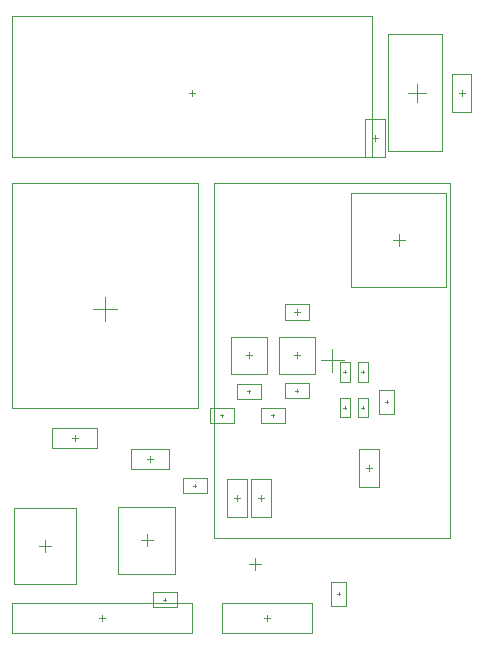
<source format=gbr>
%TF.GenerationSoftware,Altium Limited,Altium Designer,20.2.5 (213)*%
G04 Layer_Color=32768*
%FSLAX26Y26*%
%MOIN*%
%TF.SameCoordinates,777CE05A-463F-4341-A6E9-F235672CD6F8*%
%TF.FilePolarity,Positive*%
%TF.FileFunction,Other,Mechanical_15*%
%TF.Part,Single*%
G01*
G75*
%TA.AperFunction,NonConductor*%
%ADD36C,0.004000*%
%ADD38C,0.002000*%
%ADD62C,0.003937*%
D36*
X990000Y200000D02*
X1010000D01*
X1000000Y190000D02*
Y210000D01*
X1150000Y150000D02*
Y250000D01*
X850000Y150000D02*
X1150000D01*
X850000D02*
Y250000D01*
X1150000D01*
D38*
X505000Y570000D02*
X695000D01*
X505000Y345000D02*
X695000D01*
Y570000D01*
X505000Y345000D02*
Y570000D01*
X600000Y440315D02*
Y479685D01*
X580315Y460000D02*
X619685D01*
X285000Y767000D02*
X433000D01*
X285000D02*
Y833000D01*
X433000D01*
Y767000D02*
Y833000D01*
X360000Y790000D02*
Y810000D01*
X350000Y800000D02*
X370000D01*
X1265000Y240000D02*
Y320000D01*
X1215000Y240000D02*
X1265000D01*
X1215000Y320000D02*
X1265000D01*
X1215000Y240000D02*
Y320000D01*
X1240000Y275000D02*
Y285000D01*
X1235000Y280000D02*
X1245000D01*
X1041000Y1014000D02*
X1159000D01*
X1041000Y1138000D02*
X1159000D01*
X1041000Y1014000D02*
Y1138000D01*
X1159000Y1014000D02*
Y1138000D01*
X1100000Y1067000D02*
Y1087000D01*
X1090000Y1077000D02*
X1110000D01*
X881000Y1012000D02*
X999000D01*
X881000Y1136000D02*
X999000D01*
X881000Y1012000D02*
Y1136000D01*
X999000Y1012000D02*
Y1136000D01*
X940000Y1065000D02*
Y1085000D01*
X930000Y1075000D02*
X950000D01*
X1090158Y1220000D02*
X1109842D01*
X1100000Y1210158D02*
Y1229842D01*
X1060000Y1246000D02*
X1140000D01*
Y1194000D02*
Y1246000D01*
X1060000Y1194000D02*
Y1246000D01*
Y1194000D02*
X1140000D01*
X1060000Y932000D02*
X1140000D01*
X1060000D02*
Y982000D01*
X1140000Y932000D02*
Y982000D01*
X1060000D02*
X1140000D01*
X1095000Y957000D02*
X1105000D01*
X1100000Y952000D02*
Y962000D01*
X900000Y930000D02*
X980000D01*
X900000D02*
Y980000D01*
X980000Y930000D02*
Y980000D01*
X900000D02*
X980000D01*
X935000Y955000D02*
X945000D01*
X940000Y950000D02*
Y960000D01*
X980000Y850000D02*
X1060000D01*
X980000D02*
Y900000D01*
X1060000Y850000D02*
Y900000D01*
X980000D02*
X1060000D01*
X1015000Y875000D02*
X1025000Y875000D01*
X1020000Y880000D02*
X1020000Y870000D01*
X810000Y850000D02*
X890000D01*
X810000D02*
Y900000D01*
X890000Y850000D02*
Y900000D01*
X810000D02*
X890000D01*
X845000Y875000D02*
X855000D01*
X850000Y870000D02*
Y880000D01*
X1276935Y868494D02*
X1276935Y931490D01*
X1243079Y868494D02*
X1276935D01*
X1243079Y931489D02*
X1276935Y931490D01*
X1243079Y868494D02*
X1243079Y931489D01*
X1255079Y900000D02*
X1264921D01*
X1260000Y895079D02*
Y904921D01*
X1244252Y988109D02*
Y1051891D01*
X1275746D01*
X1244252Y988109D02*
X1275746D01*
X1275746Y1051891D01*
X1255000Y1020000D02*
X1265000D01*
X1260000Y1015000D02*
Y1025000D01*
X1304252Y988109D02*
Y1051891D01*
X1335746D01*
X1304252Y988109D02*
X1335746D01*
Y1051891D01*
X1315000Y1020000D02*
X1325000D01*
X1320000Y1015000D02*
Y1025000D01*
X1425000Y880000D02*
Y960000D01*
X1375000Y880000D02*
X1425000D01*
X1375000Y960000D02*
X1425000D01*
X1375000Y880000D02*
Y960000D01*
X1400000Y915000D02*
Y925000D01*
X1395000Y920000D02*
X1405000D01*
X1336935Y868494D02*
X1336935Y931490D01*
X1303079Y868494D02*
X1336935D01*
X1303079Y931489D02*
X1336935Y931490D01*
X1303079Y868494D02*
X1303079Y931489D01*
X1315079Y900000D02*
X1324921D01*
X1320000Y895079D02*
Y904921D01*
X1308000Y637000D02*
Y764000D01*
X1373000D01*
Y637000D02*
Y764000D01*
X1308000Y637000D02*
X1373000D01*
X1340000Y690158D02*
Y709842D01*
X1330158Y700000D02*
X1349842D01*
X900000Y590158D02*
Y609842D01*
X890158Y600000D02*
X909842D01*
X867000Y537000D02*
Y663000D01*
X933000D01*
X867000Y537000D02*
X933000D01*
Y663000D01*
X980000Y590158D02*
Y609842D01*
X970158Y600000D02*
X989842D01*
X947000Y537000D02*
Y663000D01*
X1013000D01*
X947000Y537000D02*
X1013000D01*
Y663000D01*
X720000Y665000D02*
X800000D01*
Y615000D02*
Y665000D01*
X720000Y615000D02*
Y665000D01*
Y615000D02*
X800000D01*
X755000Y640000D02*
X765000D01*
X760000Y635000D02*
Y645000D01*
X610000Y720158D02*
Y739842D01*
X600158Y730000D02*
X619842D01*
X673000Y698000D02*
Y763000D01*
X546000D02*
X673000D01*
X546000Y698000D02*
Y763000D01*
Y698000D02*
X673000D01*
X260000Y420000D02*
Y460000D01*
X240000Y440000D02*
X280000D01*
X158000Y314000D02*
X363000Y314000D01*
Y566000D01*
X158000Y566000D02*
X363000Y566000D01*
X158000Y314000D02*
Y566000D01*
X620000Y235000D02*
X700000D01*
X620000D02*
Y285000D01*
X700000Y235000D02*
Y285000D01*
X620000D02*
X700000D01*
X655000Y260000D02*
X665000D01*
X660000Y255000D02*
Y265000D01*
X1328000Y1737018D02*
Y1863002D01*
X1393000D01*
X1328000Y1737018D02*
X1393000D01*
Y1863002D01*
X1350158Y1800000D02*
X1369842D01*
X1360000Y1790158D02*
Y1809842D01*
X1440000Y1440315D02*
Y1479685D01*
X1420315Y1460000D02*
X1459685D01*
X1280000Y1302518D02*
X1598112D01*
X1280000D02*
Y1617482D01*
X1598112D01*
Y1302518D02*
Y1617482D01*
X1682000Y1886998D02*
Y2012982D01*
X1617000Y1886998D02*
X1682000D01*
X1617000Y2012982D02*
X1682000D01*
X1617000Y1886998D02*
Y2012982D01*
X1640158Y1950000D02*
X1659842D01*
X1650000Y1940158D02*
Y1959842D01*
X150000Y2207443D02*
X1350000D01*
X150000Y1735002D02*
Y2207443D01*
Y1735002D02*
X1350000D01*
Y2207443D01*
X740000Y1950000D02*
X760000D01*
X750000Y1940000D02*
Y1960000D01*
X420000Y1230000D02*
X500000D01*
X460000Y1190000D02*
Y1270000D01*
X150000Y1650000D02*
X770000D01*
X150000Y900000D02*
Y1650000D01*
Y900000D02*
X770000D01*
Y1650000D01*
X1404997Y2145003D02*
X1584997D01*
X1584997Y1755003D02*
X1584997Y2145003D01*
X1404997Y1755003D02*
X1584997Y1755003D01*
X1404997Y1755003D02*
Y2145003D01*
X1499997Y1920003D02*
Y1980003D01*
X1469997Y1950003D02*
X1529997D01*
X440000Y200000D02*
X460000D01*
X450000Y190000D02*
Y210000D01*
X150000Y150000D02*
Y250000D01*
X750000Y250000D01*
Y150000D02*
Y250000D01*
X150000Y150000D02*
X750000Y150000D01*
X1218425Y1019134D02*
Y1097874D01*
X1179055Y1058504D02*
X1257795D01*
X824724Y467953D02*
Y1649055D01*
X1612126D01*
Y467953D02*
Y1649055D01*
X824724Y467953D02*
X1612126D01*
D62*
X940315Y380000D02*
X979685D01*
X960000Y360315D02*
Y399685D01*
%TF.MD5,17c03a49d1d7318ca383881046bde74f*%
M02*

</source>
